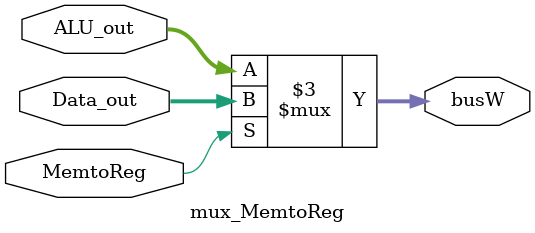
<source format=v>
module mux_MemtoReg (
    input MemtoReg,
    input [31:0] ALU_out,Data_out,
    output reg [31:0] busW
);
    always @(*) begin
        if (MemtoReg) begin
            busW <= Data_out;
        end else begin
            busW <= ALU_out;
        end
    end
endmodule
</source>
